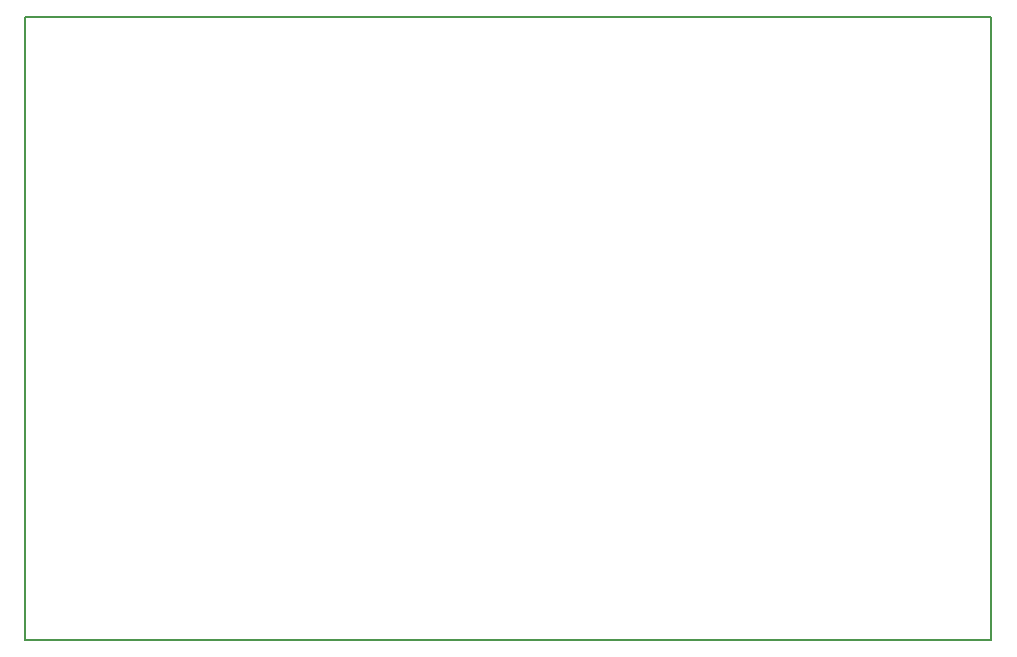
<source format=gm1>
G04 MADE WITH FRITZING*
G04 WWW.FRITZING.ORG*
G04 DOUBLE SIDED*
G04 HOLES PLATED*
G04 CONTOUR ON CENTER OF CONTOUR VECTOR*
%ASAXBY*%
%FSLAX23Y23*%
%MOIN*%
%OFA0B0*%
%SFA1.0B1.0*%
%ADD10R,3.228350X2.085190*%
%ADD11C,0.008000*%
%ADD10C,0.008*%
%LNCONTOUR*%
G90*
G70*
G54D10*
G54D11*
X4Y2081D02*
X3224Y2081D01*
X3224Y4D01*
X4Y4D01*
X4Y2081D01*
D02*
G04 End of contour*
M02*
</source>
